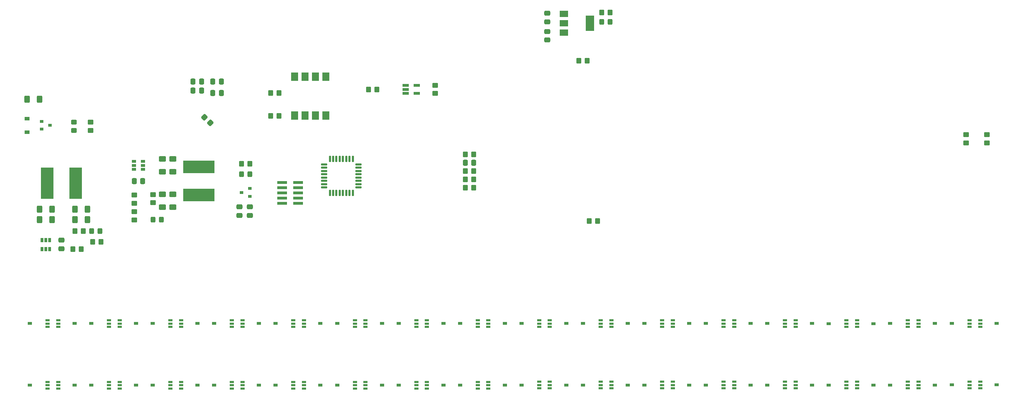
<source format=gbr>
%TF.GenerationSoftware,KiCad,Pcbnew,6.0.1-79c1e3a40b~116~ubuntu20.04.1*%
%TF.CreationDate,2022-02-08T20:35:14+00:00*%
%TF.ProjectId,BassStation_Sequencer_MidiInterface,42617373-5374-4617-9469-6f6e5f536571,A*%
%TF.SameCoordinates,Original*%
%TF.FileFunction,Paste,Top*%
%TF.FilePolarity,Positive*%
%FSLAX46Y46*%
G04 Gerber Fmt 4.6, Leading zero omitted, Abs format (unit mm)*
G04 Created by KiCad (PCBNEW 6.0.1-79c1e3a40b~116~ubuntu20.04.1) date 2022-02-08 20:35:14*
%MOMM*%
%LPD*%
G01*
G04 APERTURE LIST*
G04 Aperture macros list*
%AMRoundRect*
0 Rectangle with rounded corners*
0 $1 Rounding radius*
0 $2 $3 $4 $5 $6 $7 $8 $9 X,Y pos of 4 corners*
0 Add a 4 corners polygon primitive as box body*
4,1,4,$2,$3,$4,$5,$6,$7,$8,$9,$2,$3,0*
0 Add four circle primitives for the rounded corners*
1,1,$1+$1,$2,$3*
1,1,$1+$1,$4,$5*
1,1,$1+$1,$6,$7*
1,1,$1+$1,$8,$9*
0 Add four rect primitives between the rounded corners*
20,1,$1+$1,$2,$3,$4,$5,0*
20,1,$1+$1,$4,$5,$6,$7,0*
20,1,$1+$1,$6,$7,$8,$9,0*
20,1,$1+$1,$8,$9,$2,$3,0*%
G04 Aperture macros list end*
%ADD10RoundRect,0.250000X-0.475000X0.337500X-0.475000X-0.337500X0.475000X-0.337500X0.475000X0.337500X0*%
%ADD11RoundRect,0.250000X-0.337500X-0.475000X0.337500X-0.475000X0.337500X0.475000X-0.337500X0.475000X0*%
%ADD12RoundRect,0.250000X-0.625000X0.400000X-0.625000X-0.400000X0.625000X-0.400000X0.625000X0.400000X0*%
%ADD13RoundRect,0.250000X0.625000X-0.400000X0.625000X0.400000X-0.625000X0.400000X-0.625000X-0.400000X0*%
%ADD14RoundRect,0.250000X0.475000X-0.337500X0.475000X0.337500X-0.475000X0.337500X-0.475000X-0.337500X0*%
%ADD15RoundRect,0.249999X-0.325001X-0.450001X0.325001X-0.450001X0.325001X0.450001X-0.325001X0.450001X0*%
%ADD16R,2.400000X0.740000*%
%ADD17R,7.700000X3.100000*%
%ADD18RoundRect,0.249999X0.350001X0.450001X-0.350001X0.450001X-0.350001X-0.450001X0.350001X-0.450001X0*%
%ADD19RoundRect,0.249999X0.450001X-0.350001X0.450001X0.350001X-0.450001X0.350001X-0.450001X-0.350001X0*%
%ADD20RoundRect,0.249999X-0.350001X-0.450001X0.350001X-0.450001X0.350001X0.450001X-0.350001X0.450001X0*%
%ADD21RoundRect,0.249999X0.565687X0.070711X0.070711X0.565687X-0.565687X-0.070711X-0.070711X-0.565687X0*%
%ADD22RoundRect,0.125000X0.125000X-0.625000X0.125000X0.625000X-0.125000X0.625000X-0.125000X-0.625000X0*%
%ADD23RoundRect,0.125000X0.625000X-0.125000X0.625000X0.125000X-0.625000X0.125000X-0.625000X-0.125000X0*%
%ADD24R,1.060000X0.650000*%
%ADD25R,0.900000X0.800000*%
%ADD26R,2.000000X1.500000*%
%ADD27R,2.000000X3.800000*%
%ADD28R,1.780000X2.000000*%
%ADD29R,1.200000X0.900000*%
%ADD30RoundRect,0.250000X0.400000X0.625000X-0.400000X0.625000X-0.400000X-0.625000X0.400000X-0.625000X0*%
%ADD31RoundRect,0.249999X-0.450001X0.325001X-0.450001X-0.325001X0.450001X-0.325001X0.450001X0.325001X0*%
%ADD32RoundRect,0.249999X-0.450001X0.350001X-0.450001X-0.350001X0.450001X-0.350001X0.450001X0.350001X0*%
%ADD33RoundRect,0.249999X0.325001X0.450001X-0.325001X0.450001X-0.325001X-0.450001X0.325001X-0.450001X0*%
%ADD34R,1.000000X0.500000*%
%ADD35R,1.000000X0.650000*%
%ADD36R,3.100000X7.700000*%
%ADD37R,1.560000X0.650000*%
%ADD38R,0.650000X1.060000*%
%ADD39RoundRect,0.250000X-0.400000X-0.625000X0.400000X-0.625000X0.400000X0.625000X-0.400000X0.625000X0*%
G04 APERTURE END LIST*
D10*
%TO.C,C6*%
X138938000Y-147679500D03*
X138938000Y-149754500D03*
%TD*%
%TO.C,C7*%
X141478000Y-147679500D03*
X141478000Y-149754500D03*
%TD*%
D11*
%TO.C,C8*%
X194034500Y-136906000D03*
X196109500Y-136906000D03*
%TD*%
%TO.C,C11*%
X127613500Y-119316500D03*
X129688500Y-119316500D03*
%TD*%
%TO.C,C12*%
X132439500Y-117094000D03*
X134514500Y-117094000D03*
%TD*%
%TO.C,C13*%
X127613500Y-117094000D03*
X129688500Y-117094000D03*
%TD*%
%TO.C,C14*%
X132439500Y-119888000D03*
X134514500Y-119888000D03*
%TD*%
D12*
%TO.C,C15*%
X120142000Y-135991000D03*
X120142000Y-139091000D03*
%TD*%
%TO.C,C16*%
X122682000Y-135991000D03*
X122682000Y-139091000D03*
%TD*%
D11*
%TO.C,C17*%
X113262500Y-141351000D03*
X115337500Y-141351000D03*
%TD*%
D13*
%TO.C,C18*%
X120142000Y-147727000D03*
X120142000Y-144627000D03*
%TD*%
%TO.C,C19*%
X122682000Y-147727000D03*
X122682000Y-144627000D03*
%TD*%
D14*
%TO.C,C25*%
X213995000Y-106955500D03*
X213995000Y-104880500D03*
%TD*%
D15*
%TO.C,D4*%
X139437000Y-139700000D03*
X141487000Y-139700000D03*
%TD*%
%TO.C,D5*%
X117847000Y-150749000D03*
X119897000Y-150749000D03*
%TD*%
D16*
%TO.C,J7*%
X149307000Y-141732000D03*
X153207000Y-141732000D03*
X149307000Y-143002000D03*
X153207000Y-143002000D03*
X149307000Y-144272000D03*
X153207000Y-144272000D03*
X149307000Y-145542000D03*
X153207000Y-145542000D03*
X149307000Y-146812000D03*
X153207000Y-146812000D03*
%TD*%
D17*
%TO.C,L2*%
X129032000Y-137901000D03*
X129032000Y-144801000D03*
%TD*%
D18*
%TO.C,R1*%
X148574000Y-119888000D03*
X146574000Y-119888000D03*
%TD*%
D19*
%TO.C,R2*%
X186690000Y-119999000D03*
X186690000Y-117999000D03*
%TD*%
D18*
%TO.C,R3*%
X172450000Y-118999000D03*
X170450000Y-118999000D03*
%TD*%
%TO.C,R4*%
X148574000Y-125476000D03*
X146574000Y-125476000D03*
%TD*%
D20*
%TO.C,R9*%
X139462000Y-137160000D03*
X141462000Y-137160000D03*
%TD*%
%TO.C,R10*%
X194072000Y-134874000D03*
X196072000Y-134874000D03*
%TD*%
D18*
%TO.C,R14*%
X196072000Y-143002000D03*
X194072000Y-143002000D03*
%TD*%
D20*
%TO.C,R18*%
X194072000Y-140970000D03*
X196072000Y-140970000D03*
%TD*%
D18*
%TO.C,R19*%
X196072000Y-138938000D03*
X194072000Y-138938000D03*
%TD*%
D21*
%TO.C,R21*%
X131771107Y-127199107D03*
X130356893Y-125784893D03*
%TD*%
D19*
%TO.C,R25*%
X113284000Y-150860000D03*
X113284000Y-148860000D03*
%TD*%
%TO.C,R26*%
X113284000Y-146796000D03*
X113284000Y-144796000D03*
%TD*%
%TO.C,R27*%
X117856000Y-146669000D03*
X117856000Y-144669000D03*
%TD*%
D22*
%TO.C,U33*%
X160982600Y-144295200D03*
X161782600Y-144295200D03*
X162582600Y-144295200D03*
X163382600Y-144295200D03*
X164182600Y-144295200D03*
X164982600Y-144295200D03*
X165782600Y-144295200D03*
X166582600Y-144295200D03*
D23*
X167957600Y-142920200D03*
X167957600Y-142120200D03*
X167957600Y-141320200D03*
X167957600Y-140520200D03*
X167957600Y-139720200D03*
X167957600Y-138920200D03*
X167957600Y-138120200D03*
X167957600Y-137320200D03*
D22*
X166582600Y-135945200D03*
X165782600Y-135945200D03*
X164982600Y-135945200D03*
X164182600Y-135945200D03*
X163382600Y-135945200D03*
X162582600Y-135945200D03*
X161782600Y-135945200D03*
X160982600Y-135945200D03*
D23*
X159607600Y-137320200D03*
X159607600Y-138120200D03*
X159607600Y-138920200D03*
X159607600Y-139720200D03*
X159607600Y-140520200D03*
X159607600Y-141320200D03*
X159607600Y-142120200D03*
X159607600Y-142920200D03*
%TD*%
D24*
%TO.C,U39*%
X115400000Y-138491000D03*
X115400000Y-137541000D03*
X115400000Y-136591000D03*
X113200000Y-136591000D03*
X113200000Y-137541000D03*
X113200000Y-138491000D03*
%TD*%
D25*
%TO.C,U40*%
X141462000Y-145095000D03*
X141462000Y-143195000D03*
X139462000Y-144145000D03*
%TD*%
D26*
%TO.C,U41*%
X218110800Y-100588600D03*
X218110800Y-102888600D03*
D27*
X224410800Y-102888600D03*
D26*
X218110800Y-105188600D03*
%TD*%
D28*
%TO.C,U43*%
X160020000Y-115885000D03*
X157480000Y-115885000D03*
X154940000Y-115885000D03*
X152400000Y-115885000D03*
X152400000Y-125415000D03*
X154940000Y-125415000D03*
X157480000Y-125415000D03*
X160020000Y-125415000D03*
%TD*%
D29*
%TO.C,D1*%
X87122000Y-129412000D03*
X87122000Y-126112000D03*
%TD*%
D25*
%TO.C,Q1*%
X90694000Y-126812000D03*
X90694000Y-128712000D03*
X92694000Y-127762000D03*
%TD*%
D30*
%TO.C,R5*%
X90196000Y-121412000D03*
X87096000Y-121412000D03*
%TD*%
D31*
%TO.C,D7*%
X98552000Y-126991000D03*
X98552000Y-129041000D03*
%TD*%
D32*
%TO.C,R13*%
X102616000Y-127016000D03*
X102616000Y-129016000D03*
%TD*%
D10*
%TO.C,C24*%
X213995000Y-100435500D03*
X213995000Y-102510500D03*
%TD*%
D18*
%TO.C,R32*%
X229346000Y-100203000D03*
X227346000Y-100203000D03*
%TD*%
D33*
%TO.C,D6*%
X229371000Y-102489000D03*
X227321000Y-102489000D03*
%TD*%
D34*
%TO.C,U17*%
X92100400Y-175348900D03*
X92100400Y-176149000D03*
X92100400Y-176949100D03*
X94703900Y-176949100D03*
X94703900Y-176149000D03*
X94703900Y-175348900D03*
D35*
X87782400Y-176123600D03*
X98704400Y-176123600D03*
%TD*%
D34*
%TO.C,U1*%
X92100400Y-190385700D03*
X92100400Y-191185800D03*
X92100400Y-191985900D03*
X94703900Y-191985900D03*
X94703900Y-191185800D03*
X94703900Y-190385700D03*
D35*
X87782400Y-191160400D03*
X98704400Y-191160400D03*
%TD*%
D36*
%TO.C,L1*%
X92054000Y-141859000D03*
X98954000Y-141859000D03*
%TD*%
D19*
%TO.C,R29*%
X321310000Y-132064000D03*
X321310000Y-130064000D03*
%TD*%
D34*
%TO.C,U18*%
X107086400Y-175348900D03*
X107086400Y-176149000D03*
X107086400Y-176949100D03*
X109689900Y-176949100D03*
X109689900Y-176149000D03*
X109689900Y-175348900D03*
D35*
X102768400Y-176123600D03*
X113690400Y-176123600D03*
%TD*%
D34*
%TO.C,U2*%
X107086400Y-190385700D03*
X107086400Y-191185800D03*
X107086400Y-191985900D03*
X109689900Y-191985900D03*
X109689900Y-191185800D03*
X109689900Y-190385700D03*
D35*
X102768400Y-191160400D03*
X113690400Y-191160400D03*
%TD*%
D34*
%TO.C,U3*%
X122072400Y-190385700D03*
X122072400Y-191185800D03*
X122072400Y-191985900D03*
X124675900Y-191985900D03*
X124675900Y-191185800D03*
X124675900Y-190385700D03*
D35*
X117754400Y-191160400D03*
X128676400Y-191160400D03*
%TD*%
D34*
%TO.C,U19*%
X122072400Y-175348900D03*
X122072400Y-176149000D03*
X122072400Y-176949100D03*
X124675900Y-176949100D03*
X124675900Y-176149000D03*
X124675900Y-175348900D03*
D35*
X117754400Y-176123600D03*
X128676400Y-176123600D03*
%TD*%
D34*
%TO.C,U20*%
X137058400Y-175348900D03*
X137058400Y-176149000D03*
X137058400Y-176949100D03*
X139661900Y-176949100D03*
X139661900Y-176149000D03*
X139661900Y-175348900D03*
D35*
X132740400Y-176123600D03*
X143662400Y-176123600D03*
%TD*%
D34*
%TO.C,U4*%
X137058400Y-190385700D03*
X137058400Y-191185800D03*
X137058400Y-191985900D03*
X139661900Y-191985900D03*
X139661900Y-191185800D03*
X139661900Y-190385700D03*
D35*
X132740400Y-191160400D03*
X143662400Y-191160400D03*
%TD*%
D34*
%TO.C,U5*%
X152044400Y-190385700D03*
X152044400Y-191185800D03*
X152044400Y-191985900D03*
X154647900Y-191985900D03*
X154647900Y-191185800D03*
X154647900Y-190385700D03*
D35*
X147726400Y-191160400D03*
X158648400Y-191160400D03*
%TD*%
D34*
%TO.C,U21*%
X152044400Y-175348900D03*
X152044400Y-176149000D03*
X152044400Y-176949100D03*
X154647900Y-176949100D03*
X154647900Y-176149000D03*
X154647900Y-175348900D03*
D35*
X147726400Y-176123600D03*
X158648400Y-176123600D03*
%TD*%
D34*
%TO.C,U22*%
X167081200Y-175348900D03*
X167081200Y-176149000D03*
X167081200Y-176949100D03*
X169684700Y-176949100D03*
X169684700Y-176149000D03*
X169684700Y-175348900D03*
D35*
X162763200Y-176123600D03*
X173685200Y-176123600D03*
%TD*%
D34*
%TO.C,U6*%
X167081200Y-190385700D03*
X167081200Y-191185800D03*
X167081200Y-191985900D03*
X169684700Y-191985900D03*
X169684700Y-191185800D03*
X169684700Y-190385700D03*
D35*
X162763200Y-191160400D03*
X173685200Y-191160400D03*
%TD*%
D34*
%TO.C,U23*%
X182067200Y-175348900D03*
X182067200Y-176149000D03*
X182067200Y-176949100D03*
X184670700Y-176949100D03*
X184670700Y-176149000D03*
X184670700Y-175348900D03*
D35*
X177749200Y-176123600D03*
X188671200Y-176123600D03*
%TD*%
D34*
%TO.C,U7*%
X182067200Y-190385700D03*
X182067200Y-191185800D03*
X182067200Y-191985900D03*
X184670700Y-191985900D03*
X184670700Y-191185800D03*
X184670700Y-190385700D03*
D35*
X177749200Y-191160400D03*
X188671200Y-191160400D03*
%TD*%
D34*
%TO.C,U8*%
X197053200Y-190385700D03*
X197053200Y-191185800D03*
X197053200Y-191985900D03*
X199656700Y-191985900D03*
X199656700Y-191185800D03*
X199656700Y-190385700D03*
D35*
X192735200Y-191160400D03*
X203657200Y-191160400D03*
%TD*%
D37*
%TO.C,U42*%
X179498000Y-118049000D03*
X179498000Y-118999000D03*
X179498000Y-119949000D03*
X182198000Y-119949000D03*
X182198000Y-118049000D03*
%TD*%
D34*
%TO.C,U24*%
X197053200Y-175348900D03*
X197053200Y-176149000D03*
X197053200Y-176949100D03*
X199656700Y-176949100D03*
X199656700Y-176149000D03*
X199656700Y-175348900D03*
D35*
X192735200Y-176123600D03*
X203657200Y-176123600D03*
%TD*%
D34*
%TO.C,U25*%
X212039200Y-175348900D03*
X212039200Y-176149000D03*
X212039200Y-176949100D03*
X214642700Y-176949100D03*
X214642700Y-176149000D03*
X214642700Y-175348900D03*
D35*
X207721200Y-176123600D03*
X218643200Y-176123600D03*
%TD*%
D34*
%TO.C,U9*%
X212039200Y-190360300D03*
X212039200Y-191160400D03*
X212039200Y-191960500D03*
X214642700Y-191960500D03*
X214642700Y-191160400D03*
X214642700Y-190360300D03*
D35*
X207721200Y-191135000D03*
X218643200Y-191135000D03*
%TD*%
D34*
%TO.C,U26*%
X227050600Y-175348900D03*
X227050600Y-176149000D03*
X227050600Y-176949100D03*
X229654100Y-176949100D03*
X229654100Y-176149000D03*
X229654100Y-175348900D03*
D35*
X222732600Y-176123600D03*
X233654600Y-176123600D03*
%TD*%
D18*
%TO.C,R20*%
X226298000Y-151130000D03*
X224298000Y-151130000D03*
%TD*%
D20*
%TO.C,R30*%
X221758000Y-112014000D03*
X223758000Y-112014000D03*
%TD*%
D34*
%TO.C,U10*%
X227050600Y-190360300D03*
X227050600Y-191160400D03*
X227050600Y-191960500D03*
X229654100Y-191960500D03*
X229654100Y-191160400D03*
X229654100Y-190360300D03*
D35*
X222732600Y-191135000D03*
X233654600Y-191135000D03*
%TD*%
D34*
%TO.C,U11*%
X242036600Y-190360300D03*
X242036600Y-191160400D03*
X242036600Y-191960500D03*
X244640100Y-191960500D03*
X244640100Y-191160400D03*
X244640100Y-190360300D03*
D35*
X237718600Y-191135000D03*
X248640600Y-191135000D03*
%TD*%
D34*
%TO.C,U27*%
X242036600Y-175348900D03*
X242036600Y-176149000D03*
X242036600Y-176949100D03*
X244640100Y-176949100D03*
X244640100Y-176149000D03*
X244640100Y-175348900D03*
D35*
X237718600Y-176123600D03*
X248640600Y-176123600D03*
%TD*%
D38*
%TO.C,U38*%
X92644000Y-155745000D03*
X91694000Y-155745000D03*
X90744000Y-155745000D03*
X90744000Y-157945000D03*
X91694000Y-157945000D03*
X92644000Y-157945000D03*
%TD*%
D20*
%TO.C,R7*%
X98314000Y-157988000D03*
X100314000Y-157988000D03*
%TD*%
D18*
%TO.C,R8*%
X100822000Y-153543000D03*
X98822000Y-153543000D03*
%TD*%
D39*
%TO.C,C1*%
X90144000Y-150749000D03*
X93244000Y-150749000D03*
%TD*%
%TO.C,C2*%
X90144000Y-148209000D03*
X93244000Y-148209000D03*
%TD*%
D14*
%TO.C,C3*%
X95504000Y-157882500D03*
X95504000Y-155807500D03*
%TD*%
D30*
%TO.C,C4*%
X101880000Y-150749000D03*
X98780000Y-150749000D03*
%TD*%
%TO.C,C5*%
X101880000Y-148209000D03*
X98780000Y-148209000D03*
%TD*%
D15*
%TO.C,D3*%
X102861000Y-153543000D03*
X104911000Y-153543000D03*
%TD*%
D18*
%TO.C,R6*%
X105140000Y-156210000D03*
X103140000Y-156210000D03*
%TD*%
D19*
%TO.C,R28*%
X316230000Y-132064000D03*
X316230000Y-130064000D03*
%TD*%
D34*
%TO.C,U28*%
X257048000Y-175348900D03*
X257048000Y-176149000D03*
X257048000Y-176949100D03*
X259651500Y-176949100D03*
X259651500Y-176149000D03*
X259651500Y-175348900D03*
D35*
X252730000Y-176123600D03*
X263652000Y-176123600D03*
%TD*%
D34*
%TO.C,U12*%
X257048000Y-190360300D03*
X257048000Y-191160400D03*
X257048000Y-191960500D03*
X259651500Y-191960500D03*
X259651500Y-191160400D03*
X259651500Y-190360300D03*
D35*
X252730000Y-191135000D03*
X263652000Y-191135000D03*
%TD*%
D34*
%TO.C,U29*%
X272034000Y-175348900D03*
X272034000Y-176149000D03*
X272034000Y-176949100D03*
X274637500Y-176949100D03*
X274637500Y-176149000D03*
X274637500Y-175348900D03*
D35*
X267716000Y-176123600D03*
X278638000Y-176123600D03*
%TD*%
D34*
%TO.C,U13*%
X272034000Y-190360300D03*
X272034000Y-191160400D03*
X272034000Y-191960500D03*
X274637500Y-191960500D03*
X274637500Y-191160400D03*
X274637500Y-190360300D03*
D35*
X267716000Y-191135000D03*
X278638000Y-191135000D03*
%TD*%
D34*
%TO.C,U14*%
X287045400Y-190360300D03*
X287045400Y-191160400D03*
X287045400Y-191960500D03*
X289648900Y-191960500D03*
X289648900Y-191160400D03*
X289648900Y-190360300D03*
D35*
X282727400Y-191135000D03*
X293649400Y-191135000D03*
%TD*%
D34*
%TO.C,U30*%
X287045400Y-175374300D03*
X287045400Y-176174400D03*
X287045400Y-176974500D03*
X289648900Y-176974500D03*
X289648900Y-176174400D03*
X289648900Y-175374300D03*
D35*
X282727400Y-176149000D03*
X293649400Y-176149000D03*
%TD*%
D34*
%TO.C,U31*%
X302031400Y-175348900D03*
X302031400Y-176149000D03*
X302031400Y-176949100D03*
X304634900Y-176949100D03*
X304634900Y-176149000D03*
X304634900Y-175348900D03*
D35*
X297713400Y-176123600D03*
X308635400Y-176123600D03*
%TD*%
D34*
%TO.C,U32*%
X317042800Y-175348900D03*
X317042800Y-176149000D03*
X317042800Y-176949100D03*
X319646300Y-176949100D03*
X319646300Y-176149000D03*
X319646300Y-175348900D03*
D35*
X312724800Y-176123600D03*
X323646800Y-176123600D03*
%TD*%
D34*
%TO.C,U15*%
X302031400Y-190360300D03*
X302031400Y-191160400D03*
X302031400Y-191960500D03*
X304634900Y-191960500D03*
X304634900Y-191160400D03*
X304634900Y-190360300D03*
D35*
X297713400Y-191135000D03*
X308635400Y-191135000D03*
%TD*%
D34*
%TO.C,U16*%
X317042800Y-190334900D03*
X317042800Y-191135000D03*
X317042800Y-191935100D03*
X319646300Y-191935100D03*
X319646300Y-191135000D03*
X319646300Y-190334900D03*
D35*
X312724800Y-191109600D03*
X323646800Y-191109600D03*
%TD*%
M02*

</source>
